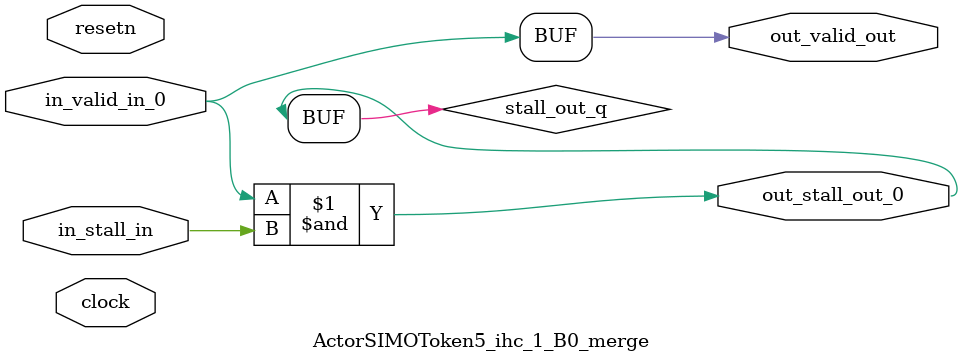
<source format=sv>



(* altera_attribute = "-name AUTO_SHIFT_REGISTER_RECOGNITION OFF; -name MESSAGE_DISABLE 10036; -name MESSAGE_DISABLE 10037; -name MESSAGE_DISABLE 14130; -name MESSAGE_DISABLE 14320; -name MESSAGE_DISABLE 15400; -name MESSAGE_DISABLE 14130; -name MESSAGE_DISABLE 10036; -name MESSAGE_DISABLE 12020; -name MESSAGE_DISABLE 12030; -name MESSAGE_DISABLE 12010; -name MESSAGE_DISABLE 12110; -name MESSAGE_DISABLE 14320; -name MESSAGE_DISABLE 13410; -name MESSAGE_DISABLE 113007; -name MESSAGE_DISABLE 10958" *)
module ActorSIMOToken5_ihc_1_B0_merge (
    input wire [0:0] in_stall_in,
    input wire [0:0] in_valid_in_0,
    output wire [0:0] out_stall_out_0,
    output wire [0:0] out_valid_out,
    input wire clock,
    input wire resetn
    );

    wire [0:0] stall_out_q;


    // stall_out(LOGICAL,6)
    assign stall_out_q = in_valid_in_0 & in_stall_in;

    // out_stall_out_0(GPOUT,4)
    assign out_stall_out_0 = stall_out_q;

    // out_valid_out(GPOUT,5)
    assign out_valid_out = in_valid_in_0;

endmodule

</source>
